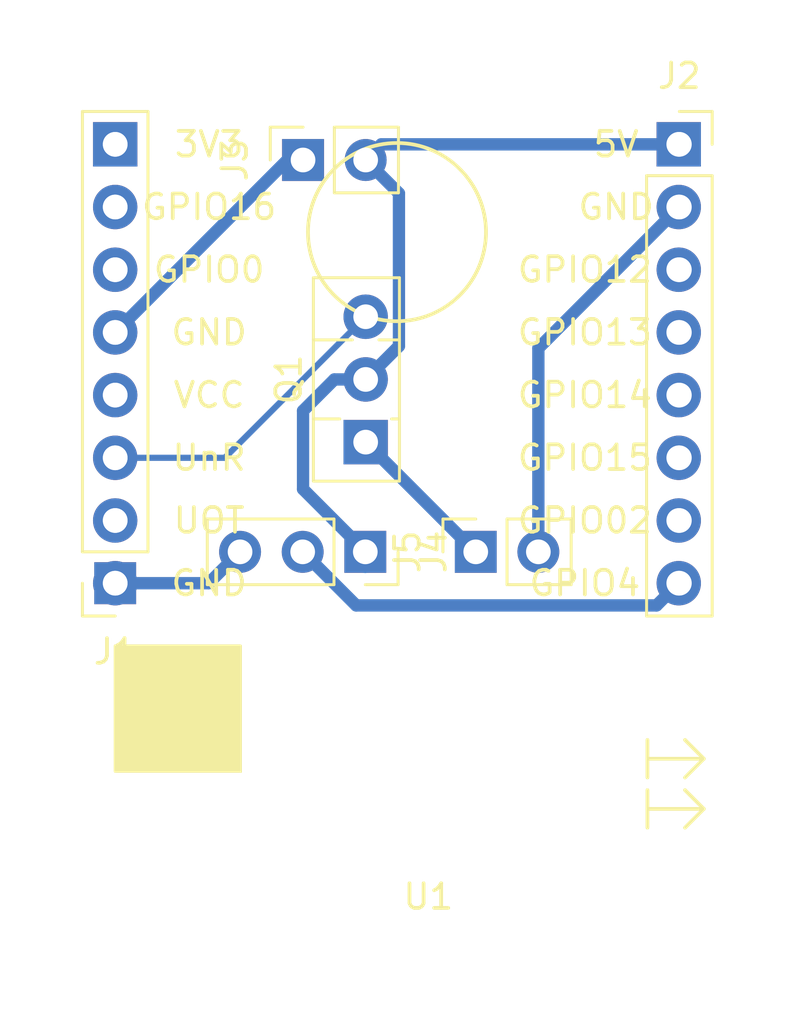
<source format=kicad_pcb>
(kicad_pcb (version 20211014) (generator pcbnew)
  (layers (0 "F.Cu" signal) (31 "B.Cu" signal) (34 "B.Paste" user) (35 "F.Paste" user) (36 "B.SilkS" user "B.Silkscreen") (37 "F.SilkS" user "F.Silkscreen") (38 "B.Mask" user) (39 "F.Mask" user) (44 "Edge.Cuts" user))
  (net 0 "")
  (net 1 "Net-(J1-Pad2)")
  (net 2 "Net-(J1-Pad3)")
  (net 3 "Net-(J1-Pad4)")
  (net 4 "Net-(J1-Pad6)")
  (net 5 "Net-(J1-Pad7)")
  (net 6 "Net-(J1-Pad8)")
  (net 7 "Net-(J2-Pad3)")
  (net 8 "Net-(J2-Pad4)")
  (net 9 "Net-(J2-Pad5)")
  (net 10 "Net-(J2-Pad6)")
  (net 11 "Net-(J2-Pad7)")
  (net 12 "Net-(J2-Pad8)")
  (net 13 "GND")
  (net 14 "+5V")
  (net 15 "Net-(J5-Pad1)")
  (footprint "Connector_PinSocket_2.54mm:PinSocket_1x08_P2.54mm_Vertical" (layer "F.Cu") (at 98.45 65.405)
    (fp_text reference "J2" (at 0 -2.77) (layer "F.SilkS"))
    (fp_text value "Conn_01x08")
    (fp_line (start 1.33 1.27) (end 1.33 19.11) (layer "F.SilkS") (width 0.12))
    (fp_line (start -1.33 1.27) (end 1.33 1.27) (layer "F.SilkS") (width 0.12))
    (fp_line (start -1.33 1.27) (end -1.33 19.11) (layer "F.SilkS") (width 0.12))
    (fp_line (start -1.33 19.11) (end 1.33 19.11) (layer "F.SilkS") (width 0.12))
    (fp_line (start 0 -1.33) (end 1.33 -1.33) (layer "F.SilkS") (width 0.12))
    (fp_line (start 1.33 -1.33) (end 1.33 0) (layer "F.SilkS") (width 0.12))
    (pad "1" thru_hole rect (at 0 0) (size 1.7 1.7) (drill 1) (layers *.Cu *.Mask) (net 14 "+5V"))
    (pad "2" thru_hole oval (at 0 2.54) (size 1.7 1.7) (drill 1) (layers *.Cu *.Mask) (net 13 "GND"))
    (pad "3" thru_hole oval (at 0 5.08) (size 1.7 1.7) (drill 1) (layers *.Cu *.Mask) (net 7 "Net-(J2-Pad3)"))
    (pad "4" thru_hole oval (at 0 7.62) (size 1.7 1.7) (drill 1) (layers *.Cu *.Mask) (net 8 "Net-(J2-Pad4)"))
    (pad "5" thru_hole oval (at 0 10.16) (size 1.7 1.7) (drill 1) (layers *.Cu *.Mask) (net 9 "Net-(J2-Pad5)"))
    (pad "6" thru_hole oval (at 0 12.7) (size 1.7 1.7) (drill 1) (layers *.Cu *.Mask) (net 10 "Net-(J2-Pad6)"))
    (pad "7" thru_hole oval (at 0 15.24) (size 1.7 1.7) (drill 1) (layers *.Cu *.Mask) (net 11 "Net-(J2-Pad7)"))
    (pad "8" thru_hole oval (at 0 17.78) (size 1.7 1.7) (drill 1) (layers *.Cu *.Mask) (net 12 "Net-(J2-Pad8)"))
  )
  (footprint "Connector_PinSocket_2.54mm:PinSocket_1x03_P2.54mm_Vertical" (layer "F.Cu") (at 85.71 81.915 -90)
    (fp_text reference "J4" (at 0 -2.77 90) (layer "F.SilkS"))
    (fp_text value "Connector_Neopixel")
    (fp_line (start -1.33 1.27) (end 1.33 1.27) (layer "F.SilkS") (width 0.12))
    (fp_line (start 1.33 1.27) (end 1.33 6.41) (layer "F.SilkS") (width 0.12))
    (fp_line (start 0 -1.33) (end 1.33 -1.33) (layer "F.SilkS") (width 0.12))
    (fp_line (start -1.33 6.41) (end 1.33 6.41) (layer "F.SilkS") (width 0.12))
    (fp_line (start -1.33 1.27) (end -1.33 6.41) (layer "F.SilkS") (width 0.12))
    (fp_line (start 1.33 -1.33) (end 1.33 0) (layer "F.SilkS") (width 0.12))
    (pad "1" thru_hole rect (at 0 0 270) (size 1.7 1.7) (drill 1) (layers *.Cu *.Mask) (net 14 "+5V"))
    (pad "2" thru_hole oval (at 0 2.54 270) (size 1.7 1.7) (drill 1) (layers *.Cu *.Mask) (net 12 "Net-(J2-Pad8)"))
    (pad "3" thru_hole oval (at 0 5.08 270) (size 1.7 1.7) (drill 1) (layers *.Cu *.Mask) (net 13 "GND"))
  )
  (footprint "Connector_PinSocket_2.54mm:PinSocket_1x02_P2.54mm_Vertical" (layer "F.Cu") (at 90.19 81.915 90)
    (fp_text reference "J5" (at 0 -2.77 90) (layer "F.SilkS"))
    (fp_text value "Connector_Lens")
    (fp_line (start 0 -1.33) (end 1.33 -1.33) (layer "F.SilkS") (width 0.12))
    (fp_line (start -1.33 1.27) (end 1.33 1.27) (layer "F.SilkS") (width 0.12))
    (fp_line (start 1.33 1.27) (end 1.33 3.87) (layer "F.SilkS") (width 0.12))
    (fp_line (start -1.33 1.27) (end -1.33 3.87) (layer "F.SilkS") (width 0.12))
    (fp_line (start 1.33 -1.33) (end 1.33 0) (layer "F.SilkS") (width 0.12))
    (fp_line (start -1.33 3.87) (end 1.33 3.87) (layer "F.SilkS") (width 0.12))
    (pad "1" thru_hole rect (at 0 0 90) (size 1.7 1.7) (drill 1) (layers *.Cu *.Mask) (net 15 "Net-(J5-Pad1)"))
    (pad "2" thru_hole oval (at 0 2.54 90) (size 1.7 1.7) (drill 1) (layers *.Cu *.Mask) (net 13 "GND"))
  )
  (footprint "Connector_PinSocket_2.54mm:PinSocket_1x02_P2.54mm_Vertical" (layer "F.Cu") (at 83.185 66.04 90)
    (fp_text reference "J3" (at 0 -2.77 90) (layer "F.SilkS"))
    (fp_text value "Connector_Power")
    (fp_line (start 1.33 1.27) (end 1.33 3.87) (layer "F.SilkS") (width 0.12))
    (fp_line (start -1.33 1.27) (end -1.33 3.87) (layer "F.SilkS") (width 0.12))
    (fp_line (start 0 -1.33) (end 1.33 -1.33) (layer "F.SilkS") (width 0.12))
    (fp_line (start -1.33 1.27) (end 1.33 1.27) (layer "F.SilkS") (width 0.12))
    (fp_line (start 1.33 -1.33) (end 1.33 0) (layer "F.SilkS") (width 0.12))
    (fp_line (start -1.33 3.87) (end 1.33 3.87) (layer "F.SilkS") (width 0.12))
    (pad "1" thru_hole rect (at 0 0 90) (size 1.7 1.7) (drill 1) (layers *.Cu *.Mask) (net 13 "GND"))
    (pad "2" thru_hole oval (at 0 2.54 90) (size 1.7 1.7) (drill 1) (layers *.Cu *.Mask) (net 14 "+5V"))
  )
  (footprint "espcam:ESPCAM_bottom" (layer "F.Cu") (at 85.725 75.565)
    (fp_text reference "U1" (at 2.54 20.32 180) (layer "F.SilkS"))
    (fp_text value "ESPCAM")
    (fp_text user "3V3" (at -6.35 -10.16 180) (layer "F.SilkS"))
    (fp_text user "GND" (at 10.16 -7.62 180) (layer "F.SilkS"))
    (fp_text user "GPIO0" (at -6.35 -5.08 180) (layer "F.SilkS"))
    (fp_text user "GPIO16" (at -6.35 -7.62 180) (layer "F.SilkS"))
    (fp_text user "GPIO12" (at 8.89 -5.08 180) (layer "F.SilkS"))
    (fp_text user "GPIO13" (at 8.89 -2.54 180) (layer "F.SilkS"))
    (fp_text user "VCC" (at -6.35 0 180) (layer "F.SilkS"))
    (fp_text user "GND" (at -6.35 7.62 180) (layer "F.SilkS"))
    (fp_text user "GPIO15" (at 8.89 2.54 180) (layer "F.SilkS"))
    (fp_text user "GPIO02" (at 8.89 5.08 180) (layer "F.SilkS"))
    (fp_text user "UOT" (at -6.35 5.08 180) (layer "F.SilkS"))
    (fp_text user "GPIO4" (at 8.89 7.62 180) (layer "F.SilkS"))
    (fp_text user "UnR" (at -6.35 2.54 180) (layer "F.SilkS"))
    (fp_text user "GND" (at -6.35 -2.54 180) (layer "F.SilkS"))
    (fp_text user "GPIO14" (at 8.89 0 180) (layer "F.SilkS"))
    (fp_text user "5V" (at 10.16 -10.16 180) (layer "F.SilkS"))
    (fp_line (start 13.716 14.732) (end 12.954 15.494) (layer "F.SilkS") (width 0.15))
    (fp_line (start 13.716 16.764) (end 11.43 16.764) (layer "F.SilkS") (width 0.15))
    (fp_line (start 13.716 14.732) (end 12.954 13.97) (layer "F.SilkS") (width 0.15))
    (fp_line (start 11.43 15.494) (end 11.43 13.97) (layer "F.SilkS") (width 0.15))
    (fp_line (start 11.43 14.732) (end 13.716 14.732) (layer "F.SilkS") (width 0.15))
    (fp_line (start 12.954 16.002) (end 13.716 16.764) (layer "F.SilkS") (width 0.15))
    (fp_line (start 13.716 16.764) (end 12.954 17.526) (layer "F.SilkS") (width 0.15))
    (fp_line (start 11.43 17.526) (end 11.43 16.002) (layer "F.SilkS") (width 0.15))
    (fp_circle (center -7.62 12.7) (end -8.89 13.97) (layer "F.SilkS") (width 0.12) (fill none))
    (fp_circle (center 1.27 -6.604) (end -1.016 -9.398) (layer "F.SilkS") (width 0.15) (fill none))
    (fp_poly (pts (xy -10.16 10.16) (xy -5.08 10.16) (xy -5.08 15.24) (xy -10.16 15.24)) (layer "F.SilkS") (width 0.12) (fill solid))
    (pad "1" thru_hole circle (at 12.7 7.62 180) (size 1.8 1.8) (drill 1) (layers *.Cu *.Mask) (net 12 "Net-(J2-Pad8)"))
    (pad "2" thru_hole circle (at 12.7 5.08 180) (size 1.8 1.8) (drill 1) (layers *.Cu *.Mask) (net 11 "Net-(J2-Pad7)"))
    (pad "3" thru_hole circle (at 12.7 2.54 180) (size 1.8 1.8) (drill 1) (layers *.Cu *.Mask) (net 10 "Net-(J2-Pad6)"))
    (pad "4" thru_hole circle (at 12.7 0 180) (size 1.8 1.8) (drill 1) (layers *.Cu *.Mask) (net 9 "Net-(J2-Pad5)"))
    (pad "5" thru_hole circle (at 12.7 -2.54 180) (size 1.8 1.8) (drill 1) (layers *.Cu *.Mask) (net 8 "Net-(J2-Pad4)"))
    (pad "6" thru_hole circle (at 12.7 -5.08 180) (size 1.8 1.8) (drill 1) (layers *.Cu *.Mask) (net 7 "Net-(J2-Pad3)"))
    (pad "7" thru_hole circle (at 12.7 -7.62 180) (size 1.8 1.8) (drill 1) (layers *.Cu *.Mask) (net 13 "GND"))
    (pad "8" thru_hole rect (at 12.7 -10.16 180) (size 1.8 1.8) (drill 1) (layers *.Cu *.Mask) (net 14 "+5V"))
    (pad "9" thru_hole circle (at -10.16 7.62 180) (size 1.8 1.8) (drill 1) (layers *.Cu *.Mask) (net 13 "GND"))
    (pad "10" thru_hole circle (at -10.16 5.08 180) (size 1.8 1.8) (drill 1) (layers *.Cu *.Mask) (net 1 "Net-(J1-Pad2)"))
    (pad "11" thru_hole circle (at -10.16 2.54 180) (size 1.8 1.8) (drill 1) (layers *.Cu *.Mask) (net 2 "Net-(J1-Pad3)"))
    (pad "12" thru_hole circle (at -10.16 0 180) (size 1.8 1.8) (drill 1) (layers *.Cu *.Mask) (net 3 "Net-(J1-Pad4)"))
    (pad "13" thru_hole circle (at -10.16 -2.54 180) (size 1.8 1.8) (drill 1) (layers *.Cu *.Mask) (net 13 "GND"))
    (pad "14" thru_hole circle (at -10.16 -5.08 180) (size 1.8 1.8) (drill 1) (layers *.Cu *.Mask) (net 4 "Net-(J1-Pad6)"))
    (pad "15" thru_hole circle (at -10.16 -7.62 180) (size 1.8 1.8) (drill 1) (layers *.Cu *.Mask) (net 5 "Net-(J1-Pad7)"))
    (pad "16" thru_hole rect (at -10.16 -10.16 180) (size 1.8 1.8) (drill 1) (layers *.Cu *.Mask) (net 6 "Net-(J1-Pad8)"))
  )
  (footprint "Connector_PinSocket_2.54mm:PinSocket_1x08_P2.54mm_Vertical" (layer "F.Cu") (at 75.565 83.185 180)
    (fp_text reference "J1" (at 0 -2.77) (layer "F.SilkS"))
    (fp_text value "Conn_01x08")
    (fp_line (start -1.33 1.27) (end 1.33 1.27) (layer "F.SilkS") (width 0.12))
    (fp_line (start -1.33 19.11) (end 1.33 19.11) (layer "F.SilkS") (width 0.12))
    (fp_line (start 1.33 1.27) (end 1.33 19.11) (layer "F.SilkS") (width 0.12))
    (fp_line (start 1.33 -1.33) (end 1.33 0) (layer "F.SilkS") (width 0.12))
    (fp_line (start 0 -1.33) (end 1.33 -1.33) (layer "F.SilkS") (width 0.12))
    (fp_line (start -1.33 1.27) (end -1.33 19.11) (layer "F.SilkS") (width 0.12))
    (pad "1" thru_hole rect (at 0 0 180) (size 1.7 1.7) (drill 1) (layers *.Cu *.Mask) (net 13 "GND"))
    (pad "2" thru_hole oval (at 0 2.54 180) (size 1.7 1.7) (drill 1) (layers *.Cu *.Mask) (net 1 "Net-(J1-Pad2)"))
    (pad "3" thru_hole oval (at 0 5.08 180) (size 1.7 1.7) (drill 1) (layers *.Cu *.Mask) (net 2 "Net-(J1-Pad3)"))
    (pad "4" thru_hole oval (at 0 7.62 180) (size 1.7 1.7) (drill 1) (layers *.Cu *.Mask) (net 3 "Net-(J1-Pad4)"))
    (pad "5" thru_hole oval (at 0 10.16 180) (size 1.7 1.7) (drill 1) (layers *.Cu *.Mask) (net 13 "GND"))
    (pad "6" thru_hole oval (at 0 12.7 180) (size 1.7 1.7) (drill 1) (layers *.Cu *.Mask) (net 4 "Net-(J1-Pad6)"))
    (pad "7" thru_hole oval (at 0 15.24 180) (size 1.7 1.7) (drill 1) (layers *.Cu *.Mask) (net 5 "Net-(J1-Pad7)"))
    (pad "8" thru_hole oval (at 0 17.78 180) (size 1.7 1.7) (drill 1) (layers *.Cu *.Mask) (net 6 "Net-(J1-Pad8)"))
  )
  (footprint "Package_TO_SOT_THT:TO-126-3_Vertical" (layer "F.Cu") (at 85.725 77.47 90)
    (fp_text reference "Q1" (at 2.54 -3.12 90) (layer "F.SilkS"))
    (fp_text value "BD139")
    (fp_line (start -1.58 -2.12) (end 6.66 -2.12) (layer "F.SilkS") (width 0.12))
    (fp_line (start 0.94 1.05) (end 0.94 1.37) (layer "F.SilkS") (width 0.12))
    (fp_line (start -1.58 1.37) (end 6.66 1.37) (layer "F.SilkS") (width 0.12))
    (fp_line (start -1.58 -2.12) (end -1.58 1.37) (layer "F.SilkS") (width 0.12))
    (fp_line (start 4.141 -2.12) (end 4.141 -0.54) (layer "F.SilkS") (width 0.12))
    (fp_line (start 0.94 -2.12) (end 0.94 -1.05) (layer "F.SilkS") (width 0.12))
    (fp_line (start 6.66 -2.12) (end 6.66 1.37) (layer "F.SilkS") (width 0.12))
    (fp_line (start 4.141 0.54) (end 4.141 1.37) (layer "F.SilkS") (width 0.12))
    (pad "1" thru_hole rect (at 0 0 90) (size 1.8 1.8) (drill 1) (layers *.Cu *.Mask) (net 15 "Net-(J5-Pad1)"))
    (pad "2" thru_hole oval (at 2.54 0 90) (size 1.8 1.8) (drill 1) (layers *.Cu *.Mask) (net 14 "+5V"))
    (pad "3" thru_hole oval (at 5.08 0 90) (size 1.8 1.8) (drill 1) (layers *.Cu *.Mask) (net 2 "Net-(J1-Pad3)"))
  )
  (segment (start 85.725 72.39) (end 80.01 78.105) (width 0.25) (layer "B.Cu") (net 2))
  (segment (start 80.01 78.105) (end 75.565 78.105) (width 0.25) (layer "B.Cu") (net 2))
  (segment (start 98.425 83.185) (end 97.525 84.085) (width 0.5) (layer "B.Cu") (net 12))
  (segment (start 97.525 84.085) (end 85.34 84.085) (width 0.5) (layer "B.Cu") (net 12))
  (segment (start 85.34 84.085) (end 83.17 81.915) (width 0.5) (layer "B.Cu") (net 12))
  (segment (start 83.185 66.04) (end 82.55 66.04) (width 0.25) (layer "B.Cu") (net 13))
  (segment (start 80.63 81.915) (end 79.36 83.185) (width 0.5) (layer "B.Cu") (net 13))
  (segment (start 92.73 81.915) (end 92.73 73.665) (width 0.5) (layer "B.Cu") (net 13))
  (segment (start 82.55 66.04) (end 75.565 73.025) (width 0.5) (layer "B.Cu") (net 13))
  (segment (start 92.73 73.665) (end 98.45 67.945) (width 0.5) (layer "B.Cu") (net 13))
  (segment (start 79.36 83.185) (end 75.565 83.185) (width 0.5) (layer "B.Cu") (net 13))
  (segment (start 98.45 65.405) (end 86.36 65.405) (width 0.5) (layer "B.Cu") (net 14))
  (segment (start 85.725 66.04) (end 87.074511 67.389511) (width 0.5) (layer "B.Cu") (net 14))
  (segment (start 87.074511 73.580489) (end 85.725 74.93) (width 0.5) (layer "B.Cu") (net 14))
  (segment (start 83.185 79.375) (end 85.725 81.915) (width 0.5) (layer "B.Cu") (net 14))
  (segment (start 85.725 81.915) (end 85.725 82.51) (width 0.5) (layer "B.Cu") (net 14))
  (segment (start 85.725 82.51) (end 85.71 82.525) (width 0.5) (layer "B.Cu") (net 14))
  (segment (start 86.36 65.405) (end 85.725 66.04) (width 0.5) (layer "B.Cu") (net 14))
  (segment (start 85.725 74.93) (end 84.455 74.93) (width 0.5) (layer "B.Cu") (net 14))
  (segment (start 87.074511 67.389511) (end 87.074511 73.580489) (width 0.5) (layer "B.Cu") (net 14))
  (segment (start 84.455 74.93) (end 83.185 76.2) (width 0.5) (layer "B.Cu") (net 14))
  (segment (start 83.185 76.2) (end 83.185 79.375) (width 0.5) (layer "B.Cu") (net 14))
  (segment (start 90.17 81.915) (end 90.19 81.915) (width 0.5) (layer "B.Cu") (net 15))
  (segment (start 85.725 77.47) (end 90.17 81.915) (width 0.5) (layer "B.Cu") (net 15))
)
</source>
